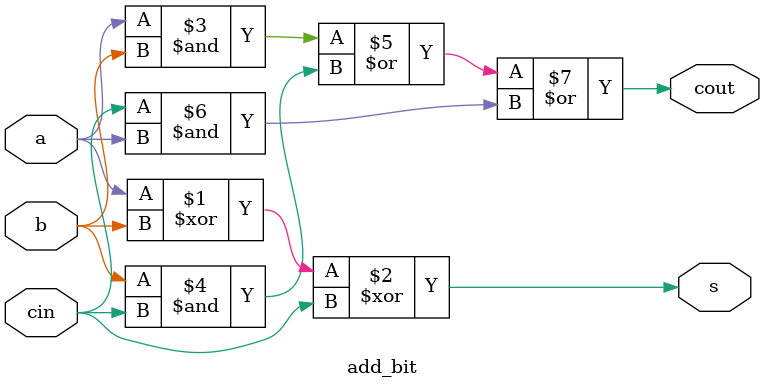
<source format=v>
module add_bit(
  input a,
  input b,
  input cin,
  output cout,
  output s

);
  assign s = a ^ b ^ cin;
  assign cout = a&b | b&cin | cin&a;


endmodule
</source>
